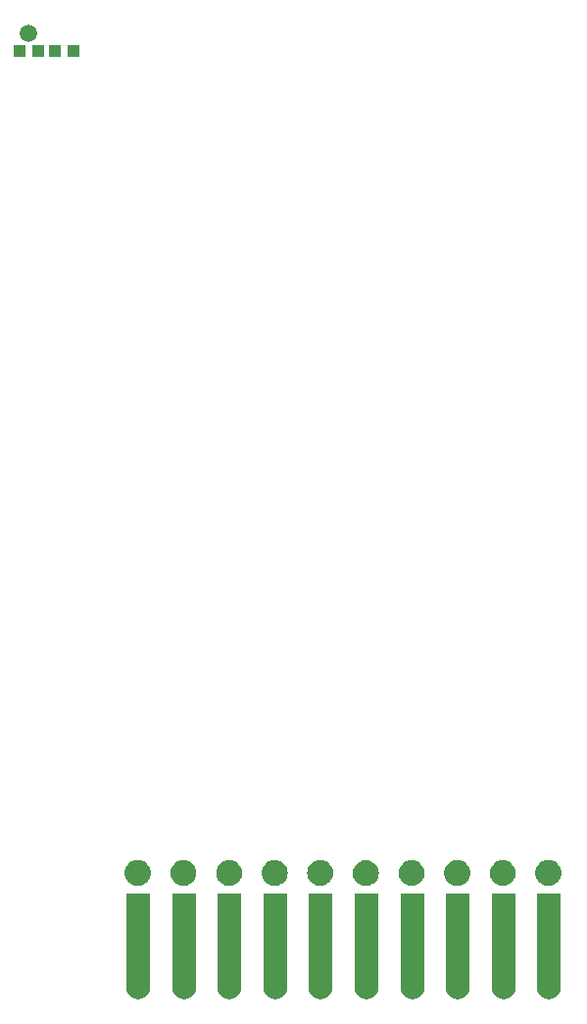
<source format=gbr>
G04 DipTrace 4.3.0.5*
G04 BottomMask.gbr*
%MOMM*%
G04 #@! TF.FileFunction,Soldermask,Bot*
G04 #@! TF.Part,Single*
%AMOUTLINE16*
4,1,15,
-1.05,4.55,
1.05,4.55,
1.05,-3.50328,
1.01464,-3.77187,
0.9097,-4.02522,
0.74277,-4.24277,
0.52522,-4.4097,
0.27187,-4.51464,
0.0,-4.55043,
-0.27187,-4.51464,
-0.52522,-4.4097,
-0.74277,-4.24277,
-0.9097,-4.02522,
-1.01464,-3.77187,
-1.05,-3.50328,
-1.05,4.55,
0*%
%ADD36C,1.5*%
%ADD40R,1.05X1.1*%
%ADD44R,1.0X1.1*%
%ADD70OUTLINE16*%
%FSLAX35Y35*%
G04*
G71*
G90*
G75*
G01*
G04 BotMask*
%LPD*%
D44*
X-6124100Y-1940200D3*
X-6284100D3*
D70*
X-5260000Y-9672000D3*
X-4865600D3*
X-4471100D3*
X-4076700D3*
X-3682200D3*
X-3287800D3*
X-2893300D3*
X-2498900D3*
X-2104400D3*
X-1710000D3*
G36*
X-1717150Y-8920977D2*
X-1702629Y-8921928D1*
X-1688356Y-8924767D1*
X-1674576Y-8929445D1*
X-1661525Y-8935881D1*
X-1649425Y-8943966D1*
X-1638484Y-8953561D1*
X-1628889Y-8964502D1*
X-1620805Y-8976602D1*
X-1614368Y-8989653D1*
X-1609691Y-9003433D1*
X-1606852Y-9017706D1*
X-1605900Y-9032227D1*
X-1606852Y-9046748D1*
X-1609691Y-9061020D1*
X-1614368Y-9074800D1*
X-1620805Y-9087852D1*
X-1628889Y-9099951D1*
X-1638484Y-9110892D1*
X-1649425Y-9120487D1*
X-1661525Y-9128572D1*
X-1674576Y-9135008D1*
X-1688356Y-9139686D1*
X-1702629Y-9142525D1*
X-1717150Y-9143477D1*
X-1719650D1*
X-1734171Y-9142525D1*
X-1748444Y-9139686D1*
X-1762224Y-9135008D1*
X-1775275Y-9128572D1*
X-1787375Y-9120487D1*
X-1798316Y-9110892D1*
X-1807911Y-9099951D1*
X-1815995Y-9087852D1*
X-1822432Y-9074800D1*
X-1827109Y-9061020D1*
X-1829948Y-9046748D1*
X-1830900Y-9032227D1*
X-1829948Y-9017706D1*
X-1827109Y-9003433D1*
X-1822432Y-8989653D1*
X-1815995Y-8976602D1*
X-1807911Y-8964502D1*
X-1798316Y-8953561D1*
X-1787375Y-8943966D1*
X-1775275Y-8935881D1*
X-1762224Y-8929445D1*
X-1748444Y-8924767D1*
X-1734171Y-8921928D1*
X-1719650Y-8920977D1*
X-1717150D1*
G37*
G36*
X-1999890Y-9034727D2*
X-2000842Y-9049248D1*
X-2003681Y-9063520D1*
X-2008358Y-9077300D1*
X-2014795Y-9090352D1*
X-2022879Y-9102451D1*
X-2032474Y-9113392D1*
X-2043415Y-9122987D1*
X-2055515Y-9131072D1*
X-2068566Y-9137508D1*
X-2082346Y-9142186D1*
X-2096619Y-9145025D1*
X-2111140Y-9145977D1*
X-2125661Y-9145025D1*
X-2139934Y-9142186D1*
X-2153714Y-9137508D1*
X-2166765Y-9131072D1*
X-2178865Y-9122987D1*
X-2189806Y-9113392D1*
X-2199401Y-9102451D1*
X-2207485Y-9090352D1*
X-2213922Y-9077300D1*
X-2218599Y-9063520D1*
X-2221438Y-9049248D1*
X-2222390Y-9034727D1*
Y-9032227D1*
X-2221438Y-9017706D1*
X-2218599Y-9003433D1*
X-2213922Y-8989653D1*
X-2207485Y-8976602D1*
X-2199401Y-8964502D1*
X-2189806Y-8953561D1*
X-2178865Y-8943966D1*
X-2166765Y-8935881D1*
X-2153714Y-8929445D1*
X-2139934Y-8924767D1*
X-2125661Y-8921928D1*
X-2111140Y-8920977D1*
X-2096619Y-8921928D1*
X-2082346Y-8924767D1*
X-2068566Y-8929445D1*
X-2055515Y-8935881D1*
X-2043415Y-8943966D1*
X-2032474Y-8953561D1*
X-2022879Y-8964502D1*
X-2014795Y-8976602D1*
X-2008358Y-8989653D1*
X-2003681Y-9003433D1*
X-2000842Y-9017706D1*
X-1999890Y-9032227D1*
Y-9034727D1*
G37*
G36*
X-2393877D2*
X-2394828Y-9049248D1*
X-2397667Y-9063520D1*
X-2402345Y-9077300D1*
X-2408781Y-9090352D1*
X-2416866Y-9102451D1*
X-2426461Y-9113392D1*
X-2437402Y-9122987D1*
X-2449502Y-9131072D1*
X-2462553Y-9137508D1*
X-2476333Y-9142186D1*
X-2490606Y-9145025D1*
X-2505127Y-9145977D1*
X-2519648Y-9145025D1*
X-2533920Y-9142186D1*
X-2547700Y-9137508D1*
X-2560752Y-9131072D1*
X-2572851Y-9122987D1*
X-2583792Y-9113392D1*
X-2593387Y-9102451D1*
X-2601472Y-9090352D1*
X-2607908Y-9077300D1*
X-2612586Y-9063520D1*
X-2615425Y-9049248D1*
X-2616377Y-9034727D1*
Y-9032227D1*
X-2615425Y-9017706D1*
X-2612586Y-9003433D1*
X-2607908Y-8989653D1*
X-2601472Y-8976602D1*
X-2593387Y-8964502D1*
X-2583792Y-8953561D1*
X-2572851Y-8943966D1*
X-2560752Y-8935881D1*
X-2547700Y-8929445D1*
X-2533920Y-8924767D1*
X-2519648Y-8921928D1*
X-2505127Y-8920977D1*
X-2490606Y-8921928D1*
X-2476333Y-8924767D1*
X-2462553Y-8929445D1*
X-2449502Y-8935881D1*
X-2437402Y-8943966D1*
X-2426461Y-8953561D1*
X-2416866Y-8964502D1*
X-2408781Y-8976602D1*
X-2402345Y-8989653D1*
X-2397667Y-9003433D1*
X-2394828Y-9017706D1*
X-2393877Y-9032227D1*
Y-9034727D1*
G37*
G36*
X-2787867D2*
X-2788818Y-9049248D1*
X-2791657Y-9063520D1*
X-2796335Y-9077300D1*
X-2802771Y-9090352D1*
X-2810856Y-9102451D1*
X-2820451Y-9113392D1*
X-2831392Y-9122987D1*
X-2843492Y-9131072D1*
X-2856543Y-9137508D1*
X-2870323Y-9142186D1*
X-2884596Y-9145025D1*
X-2899117Y-9145977D1*
X-2913638Y-9145025D1*
X-2927910Y-9142186D1*
X-2941690Y-9137508D1*
X-2954742Y-9131072D1*
X-2966841Y-9122987D1*
X-2977782Y-9113392D1*
X-2987377Y-9102451D1*
X-2995462Y-9090352D1*
X-3001898Y-9077300D1*
X-3006576Y-9063520D1*
X-3009415Y-9049248D1*
X-3010367Y-9034727D1*
Y-9032227D1*
X-3009415Y-9017706D1*
X-3006576Y-9003433D1*
X-3001898Y-8989653D1*
X-2995462Y-8976602D1*
X-2987377Y-8964502D1*
X-2977782Y-8953561D1*
X-2966841Y-8943966D1*
X-2954742Y-8935881D1*
X-2941690Y-8929445D1*
X-2927910Y-8924767D1*
X-2913638Y-8921928D1*
X-2899117Y-8920977D1*
X-2884596Y-8921928D1*
X-2870323Y-8924767D1*
X-2856543Y-8929445D1*
X-2843492Y-8935881D1*
X-2831392Y-8943966D1*
X-2820451Y-8953561D1*
X-2810856Y-8964502D1*
X-2802771Y-8976602D1*
X-2796335Y-8989653D1*
X-2791657Y-9003433D1*
X-2788818Y-9017706D1*
X-2787867Y-9032227D1*
Y-9034727D1*
G37*
G36*
X-3295607Y-9145977D2*
X-3310128Y-9145025D1*
X-3324400Y-9142186D1*
X-3338180Y-9137508D1*
X-3351232Y-9131072D1*
X-3363331Y-9122987D1*
X-3374272Y-9113392D1*
X-3383867Y-9102451D1*
X-3391952Y-9090352D1*
X-3398388Y-9077300D1*
X-3403066Y-9063520D1*
X-3405905Y-9049248D1*
X-3406857Y-9034727D1*
X-3405905Y-9020206D1*
X-3403066Y-9005933D1*
X-3398388Y-8992153D1*
X-3391952Y-8979102D1*
X-3383867Y-8967002D1*
X-3374272Y-8956061D1*
X-3363331Y-8946466D1*
X-3351232Y-8938381D1*
X-3338180Y-8931945D1*
X-3324400Y-8927267D1*
X-3310128Y-8924428D1*
X-3295607Y-8923477D1*
X-3293107D1*
X-3278586Y-8924428D1*
X-3264313Y-8927267D1*
X-3250533Y-8931945D1*
X-3237482Y-8938381D1*
X-3225382Y-8946466D1*
X-3214441Y-8956061D1*
X-3204846Y-8967002D1*
X-3196761Y-8979102D1*
X-3190325Y-8992153D1*
X-3185647Y-9005933D1*
X-3182808Y-9020206D1*
X-3181857Y-9034727D1*
X-3182808Y-9049248D1*
X-3185647Y-9063520D1*
X-3190325Y-9077300D1*
X-3196761Y-9090352D1*
X-3204846Y-9102451D1*
X-3214441Y-9113392D1*
X-3225382Y-9122987D1*
X-3237482Y-9131072D1*
X-3250533Y-9137508D1*
X-3264313Y-9142186D1*
X-3278586Y-9145025D1*
X-3293107Y-9145977D1*
X-3295607D1*
G37*
G36*
X-3687093Y-8920977D2*
X-3672572Y-8921928D1*
X-3658300Y-8924767D1*
X-3644520Y-8929445D1*
X-3631468Y-8935881D1*
X-3619369Y-8943966D1*
X-3608428Y-8953561D1*
X-3598833Y-8964502D1*
X-3590748Y-8976602D1*
X-3584312Y-8989653D1*
X-3579634Y-9003433D1*
X-3576795Y-9017706D1*
X-3575843Y-9032227D1*
X-3576795Y-9046748D1*
X-3579634Y-9061020D1*
X-3584312Y-9074800D1*
X-3590748Y-9087852D1*
X-3598833Y-9099951D1*
X-3608428Y-9110892D1*
X-3619369Y-9120487D1*
X-3631468Y-9128572D1*
X-3644520Y-9135008D1*
X-3658300Y-9139686D1*
X-3672572Y-9142525D1*
X-3687093Y-9143477D1*
X-3689593D1*
X-3704114Y-9142525D1*
X-3718387Y-9139686D1*
X-3732167Y-9135008D1*
X-3745218Y-9128572D1*
X-3757318Y-9120487D1*
X-3768259Y-9110892D1*
X-3777854Y-9099951D1*
X-3785939Y-9087852D1*
X-3792375Y-9074800D1*
X-3797053Y-9061020D1*
X-3799892Y-9046748D1*
X-3800843Y-9032227D1*
X-3799892Y-9017706D1*
X-3797053Y-9003433D1*
X-3792375Y-8989653D1*
X-3785939Y-8976602D1*
X-3777854Y-8964502D1*
X-3768259Y-8953561D1*
X-3757318Y-8943966D1*
X-3745218Y-8935881D1*
X-3732167Y-8929445D1*
X-3718387Y-8924767D1*
X-3704114Y-8921928D1*
X-3689593Y-8920977D1*
X-3687093D1*
G37*
G36*
X-3969833Y-9034727D2*
X-3970785Y-9049248D1*
X-3973624Y-9063520D1*
X-3978302Y-9077300D1*
X-3984738Y-9090352D1*
X-3992823Y-9102451D1*
X-4002418Y-9113392D1*
X-4013359Y-9122987D1*
X-4025458Y-9131072D1*
X-4038510Y-9137508D1*
X-4052290Y-9142186D1*
X-4066562Y-9145025D1*
X-4081083Y-9145977D1*
X-4095604Y-9145025D1*
X-4109877Y-9142186D1*
X-4123657Y-9137508D1*
X-4136708Y-9131072D1*
X-4148808Y-9122987D1*
X-4159749Y-9113392D1*
X-4169344Y-9102451D1*
X-4177429Y-9090352D1*
X-4183865Y-9077300D1*
X-4188543Y-9063520D1*
X-4191382Y-9049248D1*
X-4192333Y-9034727D1*
Y-9032227D1*
X-4191382Y-9017706D1*
X-4188543Y-9003433D1*
X-4183865Y-8989653D1*
X-4177429Y-8976602D1*
X-4169344Y-8964502D1*
X-4159749Y-8953561D1*
X-4148808Y-8943966D1*
X-4136708Y-8935881D1*
X-4123657Y-8929445D1*
X-4109877Y-8924767D1*
X-4095604Y-8921928D1*
X-4081083Y-8920977D1*
X-4066562Y-8921928D1*
X-4052290Y-8924767D1*
X-4038510Y-8929445D1*
X-4025458Y-8935881D1*
X-4013359Y-8943966D1*
X-4002418Y-8953561D1*
X-3992823Y-8964502D1*
X-3984738Y-8976602D1*
X-3978302Y-8989653D1*
X-3973624Y-9003433D1*
X-3970785Y-9017706D1*
X-3969833Y-9032227D1*
Y-9034727D1*
G37*
G36*
X-4363823D2*
X-4364775Y-9049248D1*
X-4367614Y-9063520D1*
X-4372292Y-9077300D1*
X-4378728Y-9090352D1*
X-4386813Y-9102451D1*
X-4396408Y-9113392D1*
X-4407349Y-9122987D1*
X-4419448Y-9131072D1*
X-4432500Y-9137508D1*
X-4446280Y-9142186D1*
X-4460552Y-9145025D1*
X-4475073Y-9145977D1*
X-4489594Y-9145025D1*
X-4503867Y-9142186D1*
X-4517647Y-9137508D1*
X-4530698Y-9131072D1*
X-4542798Y-9122987D1*
X-4553739Y-9113392D1*
X-4563334Y-9102451D1*
X-4571419Y-9090352D1*
X-4577855Y-9077300D1*
X-4582533Y-9063520D1*
X-4585372Y-9049248D1*
X-4586323Y-9034727D1*
Y-9032227D1*
X-4585372Y-9017706D1*
X-4582533Y-9003433D1*
X-4577855Y-8989653D1*
X-4571419Y-8976602D1*
X-4563334Y-8964502D1*
X-4553739Y-8953561D1*
X-4542798Y-8943966D1*
X-4530698Y-8935881D1*
X-4517647Y-8929445D1*
X-4503867Y-8924767D1*
X-4489594Y-8921928D1*
X-4475073Y-8920977D1*
X-4460552Y-8921928D1*
X-4446280Y-8924767D1*
X-4432500Y-8929445D1*
X-4419448Y-8935881D1*
X-4407349Y-8943966D1*
X-4396408Y-8953561D1*
X-4386813Y-8964502D1*
X-4378728Y-8976602D1*
X-4372292Y-8989653D1*
X-4367614Y-9003433D1*
X-4364775Y-9017706D1*
X-4363823Y-9032227D1*
Y-9034727D1*
G37*
G36*
X-4869060Y-8920977D2*
X-4854539Y-8921928D1*
X-4840266Y-8924767D1*
X-4826486Y-8929445D1*
X-4813435Y-8935881D1*
X-4801335Y-8943966D1*
X-4790394Y-8953561D1*
X-4780799Y-8964502D1*
X-4772715Y-8976602D1*
X-4766278Y-8989653D1*
X-4761601Y-9003433D1*
X-4758762Y-9017706D1*
X-4757810Y-9032227D1*
X-4758762Y-9046748D1*
X-4761601Y-9061020D1*
X-4766278Y-9074800D1*
X-4772715Y-9087852D1*
X-4780799Y-9099951D1*
X-4790394Y-9110892D1*
X-4801335Y-9120487D1*
X-4813435Y-9128572D1*
X-4826486Y-9135008D1*
X-4840266Y-9139686D1*
X-4854539Y-9142525D1*
X-4869060Y-9143477D1*
X-4871560D1*
X-4886081Y-9142525D1*
X-4900354Y-9139686D1*
X-4914134Y-9135008D1*
X-4927185Y-9128572D1*
X-4939285Y-9120487D1*
X-4950226Y-9110892D1*
X-4959821Y-9099951D1*
X-4967905Y-9087852D1*
X-4974342Y-9074800D1*
X-4979019Y-9061020D1*
X-4981858Y-9046748D1*
X-4982810Y-9032227D1*
X-4981858Y-9017706D1*
X-4979019Y-9003433D1*
X-4974342Y-8989653D1*
X-4967905Y-8976602D1*
X-4959821Y-8964502D1*
X-4950226Y-8953561D1*
X-4939285Y-8943966D1*
X-4927185Y-8935881D1*
X-4914134Y-8929445D1*
X-4900354Y-8924767D1*
X-4886081Y-8921928D1*
X-4871560Y-8920977D1*
X-4869060D1*
G37*
G36*
X-5263050D2*
X-5248529Y-8921928D1*
X-5234256Y-8924767D1*
X-5220476Y-8929445D1*
X-5207425Y-8935881D1*
X-5195325Y-8943966D1*
X-5184384Y-8953561D1*
X-5174789Y-8964502D1*
X-5166705Y-8976602D1*
X-5160268Y-8989653D1*
X-5155591Y-9003433D1*
X-5152752Y-9017706D1*
X-5151800Y-9032227D1*
X-5152752Y-9046748D1*
X-5155591Y-9061020D1*
X-5160268Y-9074800D1*
X-5166705Y-9087852D1*
X-5174789Y-9099951D1*
X-5184384Y-9110892D1*
X-5195325Y-9120487D1*
X-5207425Y-9128572D1*
X-5220476Y-9135008D1*
X-5234256Y-9139686D1*
X-5248529Y-9142525D1*
X-5263050Y-9143477D1*
X-5265550D1*
X-5280071Y-9142525D1*
X-5294344Y-9139686D1*
X-5308124Y-9135008D1*
X-5321175Y-9128572D1*
X-5333275Y-9120487D1*
X-5344216Y-9110892D1*
X-5353811Y-9099951D1*
X-5361895Y-9087852D1*
X-5368332Y-9074800D1*
X-5373009Y-9061020D1*
X-5375848Y-9046748D1*
X-5376800Y-9032227D1*
X-5375848Y-9017706D1*
X-5373009Y-9003433D1*
X-5368332Y-8989653D1*
X-5361895Y-8976602D1*
X-5353811Y-8964502D1*
X-5344216Y-8953561D1*
X-5333275Y-8943966D1*
X-5321175Y-8935881D1*
X-5308124Y-8929445D1*
X-5294344Y-8924767D1*
X-5280071Y-8921928D1*
X-5265550Y-8920977D1*
X-5263050D1*
G37*
D40*
X-5983100Y-1936803D3*
X-5823100Y-1936797D3*
D36*
X-6205600Y-1783100D3*
M02*

</source>
